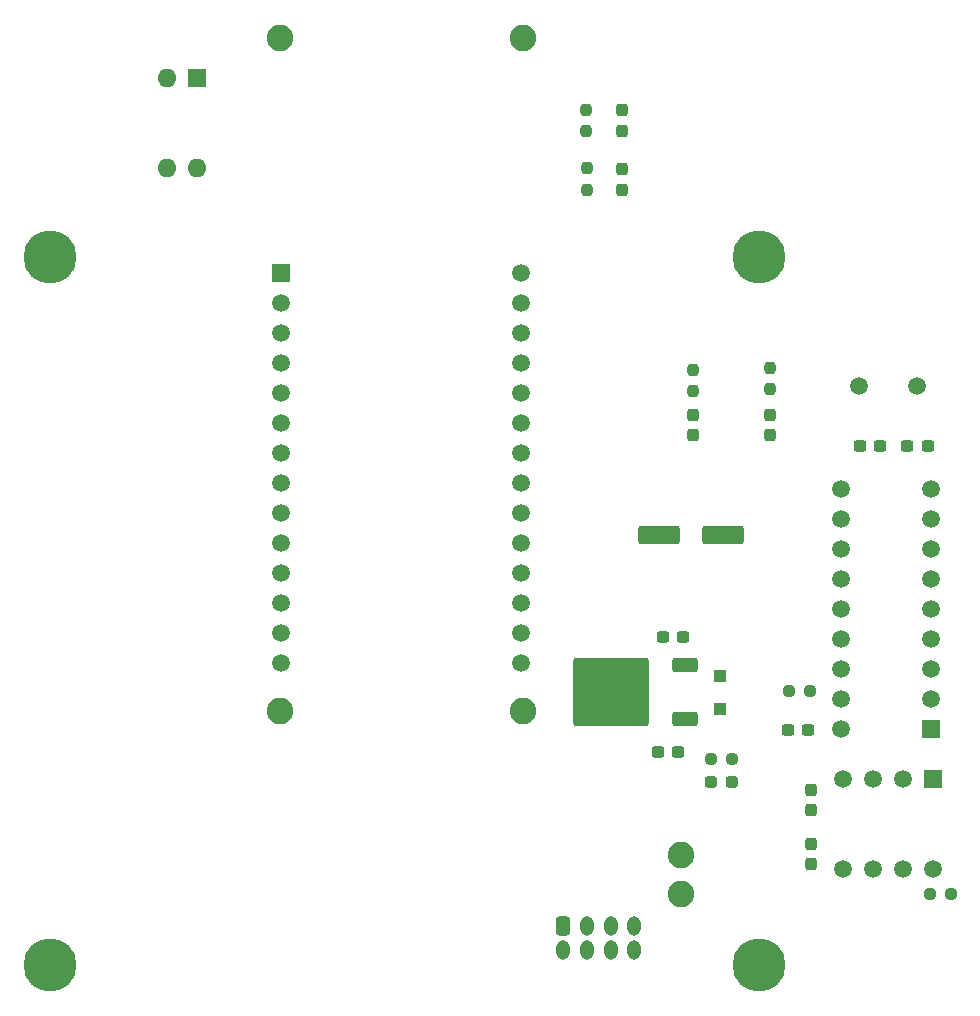
<source format=gbr>
%TF.GenerationSoftware,KiCad,Pcbnew,7.0.1-0*%
%TF.CreationDate,2023-05-23T13:59:42+09:00*%
%TF.ProjectId,AirData,41697244-6174-4612-9e6b-696361645f70,rev?*%
%TF.SameCoordinates,Original*%
%TF.FileFunction,Soldermask,Top*%
%TF.FilePolarity,Negative*%
%FSLAX46Y46*%
G04 Gerber Fmt 4.6, Leading zero omitted, Abs format (unit mm)*
G04 Created by KiCad (PCBNEW 7.0.1-0) date 2023-05-23 13:59:42*
%MOMM*%
%LPD*%
G01*
G04 APERTURE LIST*
G04 Aperture macros list*
%AMRoundRect*
0 Rectangle with rounded corners*
0 $1 Rounding radius*
0 $2 $3 $4 $5 $6 $7 $8 $9 X,Y pos of 4 corners*
0 Add a 4 corners polygon primitive as box body*
4,1,4,$2,$3,$4,$5,$6,$7,$8,$9,$2,$3,0*
0 Add four circle primitives for the rounded corners*
1,1,$1+$1,$2,$3*
1,1,$1+$1,$4,$5*
1,1,$1+$1,$6,$7*
1,1,$1+$1,$8,$9*
0 Add four rect primitives between the rounded corners*
20,1,$1+$1,$2,$3,$4,$5,0*
20,1,$1+$1,$4,$5,$6,$7,0*
20,1,$1+$1,$6,$7,$8,$9,0*
20,1,$1+$1,$8,$9,$2,$3,0*%
G04 Aperture macros list end*
%ADD10RoundRect,0.237500X0.300000X0.237500X-0.300000X0.237500X-0.300000X-0.237500X0.300000X-0.237500X0*%
%ADD11RoundRect,0.237500X0.237500X-0.300000X0.237500X0.300000X-0.237500X0.300000X-0.237500X-0.300000X0*%
%ADD12C,4.500000*%
%ADD13RoundRect,0.237500X-0.237500X0.250000X-0.237500X-0.250000X0.237500X-0.250000X0.237500X0.250000X0*%
%ADD14RoundRect,0.237500X-0.300000X-0.237500X0.300000X-0.237500X0.300000X0.237500X-0.300000X0.237500X0*%
%ADD15RoundRect,0.250000X-0.350000X-0.560000X0.350000X-0.560000X0.350000X0.560000X-0.350000X0.560000X0*%
%ADD16O,1.200000X1.650000*%
%ADD17C,2.250000*%
%ADD18R,1.508000X1.508000*%
%ADD19C,1.508000*%
%ADD20R,1.600000X1.600000*%
%ADD21O,1.600000X1.600000*%
%ADD22R,1.500000X1.500000*%
%ADD23C,1.500000*%
%ADD24RoundRect,0.250000X-1.500000X-0.550000X1.500000X-0.550000X1.500000X0.550000X-1.500000X0.550000X0*%
%ADD25RoundRect,0.237500X0.287500X0.237500X-0.287500X0.237500X-0.287500X-0.237500X0.287500X-0.237500X0*%
%ADD26RoundRect,0.237500X0.237500X-0.287500X0.237500X0.287500X-0.237500X0.287500X-0.237500X-0.287500X0*%
%ADD27RoundRect,0.237500X-0.237500X0.287500X-0.237500X-0.287500X0.237500X-0.287500X0.237500X0.287500X0*%
%ADD28RoundRect,0.237500X0.250000X0.237500X-0.250000X0.237500X-0.250000X-0.237500X0.250000X-0.237500X0*%
%ADD29RoundRect,0.250000X0.300000X-0.300000X0.300000X0.300000X-0.300000X0.300000X-0.300000X-0.300000X0*%
%ADD30RoundRect,0.250000X0.850000X0.350000X-0.850000X0.350000X-0.850000X-0.350000X0.850000X-0.350000X0*%
%ADD31RoundRect,0.249997X2.950003X2.650003X-2.950003X2.650003X-2.950003X-2.650003X2.950003X-2.650003X0*%
%ADD32RoundRect,0.237500X-0.250000X-0.237500X0.250000X-0.237500X0.250000X0.237500X-0.250000X0.237500X0*%
G04 APERTURE END LIST*
D10*
%TO.C,C2*%
X171712500Y-116949432D03*
X169987500Y-116949432D03*
%TD*%
%TO.C,C6*%
X172112500Y-107199432D03*
X170387500Y-107199432D03*
%TD*%
%TO.C,C5*%
X182699800Y-115100200D03*
X180974800Y-115100200D03*
%TD*%
D11*
%TO.C,C4*%
X182917000Y-121890432D03*
X182917000Y-120165432D03*
%TD*%
%TO.C,C3*%
X182917000Y-126462700D03*
X182917000Y-124737700D03*
%TD*%
D12*
%TO.C,REF\u002A\u002A*%
X178500000Y-75000000D03*
%TD*%
D13*
%TO.C,R4*%
X179454800Y-84425200D03*
X179454800Y-86250200D03*
%TD*%
D10*
%TO.C,C1*%
X192817300Y-91000200D03*
X191092300Y-91000200D03*
%TD*%
D14*
%TO.C,C7*%
X187092300Y-91000200D03*
X188817300Y-91000200D03*
%TD*%
D15*
%TO.C,J1*%
X161977300Y-131690000D03*
D16*
X161977300Y-133690000D03*
X163977300Y-131690000D03*
X163977300Y-133690000D03*
X165977300Y-131690000D03*
X165977300Y-133690000D03*
X167977300Y-131690000D03*
X167977300Y-133690000D03*
%TD*%
D12*
%TO.C,REF\u002A\u002A*%
X118500000Y-135000000D03*
%TD*%
D17*
%TO.C,U4*%
X158512500Y-56475000D03*
X138012500Y-56475000D03*
X158512500Y-113475000D03*
X138012500Y-113475000D03*
D18*
X138102500Y-76359800D03*
D19*
X138102500Y-78899800D03*
X138102500Y-81439800D03*
X138102500Y-83979800D03*
X138102500Y-86519800D03*
X138102500Y-89059800D03*
X138102500Y-91599800D03*
X138102500Y-94139800D03*
X138102500Y-96679800D03*
X138102500Y-99219800D03*
X138102500Y-101759800D03*
X138102500Y-104299800D03*
X138102500Y-106839800D03*
X138102500Y-109379800D03*
X158422500Y-109379800D03*
X158422500Y-106839800D03*
X158422500Y-104299800D03*
X158422500Y-101759800D03*
X158422500Y-99219800D03*
X158422500Y-96679800D03*
X158422500Y-94139800D03*
X158422500Y-91599800D03*
X158422500Y-89059800D03*
X158422500Y-86519800D03*
X158422500Y-83979800D03*
X158422500Y-81439800D03*
X158422500Y-78899800D03*
X158422500Y-76359800D03*
%TD*%
D20*
%TO.C,SW1*%
X130950000Y-59874432D03*
D21*
X128410000Y-59874432D03*
X128410000Y-67494432D03*
X130950000Y-67494432D03*
%TD*%
D12*
%TO.C,REF\u002A\u002A*%
X178500000Y-135000000D03*
%TD*%
D13*
%TO.C,R6*%
X163954800Y-67500200D03*
X163954800Y-69325200D03*
%TD*%
D22*
%TO.C,U1*%
X193254800Y-119200200D03*
D23*
X190714800Y-119200200D03*
X188174800Y-119200200D03*
X185634800Y-119200200D03*
X185634800Y-126820200D03*
X188174800Y-126820200D03*
X190714800Y-126820200D03*
X193254800Y-126820200D03*
%TD*%
D13*
%TO.C,R7*%
X163867300Y-62575200D03*
X163867300Y-64400200D03*
%TD*%
D17*
%TO.C,TP1*%
X171900000Y-128999432D03*
%TD*%
%TO.C,TP2*%
X171900000Y-125699432D03*
%TD*%
D24*
%TO.C,C8*%
X170100000Y-98600200D03*
X175500000Y-98600200D03*
%TD*%
D25*
%TO.C,D1*%
X176242300Y-119500200D03*
X174492300Y-119500200D03*
%TD*%
D26*
%TO.C,D2*%
X172954800Y-90125200D03*
X172954800Y-88375200D03*
%TD*%
D12*
%TO.C,REF\u002A\u002A*%
X118500000Y-75000000D03*
%TD*%
D13*
%TO.C,R5*%
X172954800Y-84587700D03*
X172954800Y-86412700D03*
%TD*%
D23*
%TO.C,Y1*%
X187004800Y-86000200D03*
X191884800Y-86000200D03*
%TD*%
D26*
%TO.C,D3*%
X179454800Y-90125200D03*
X179454800Y-88375200D03*
%TD*%
D27*
%TO.C,D5*%
X166954800Y-67625200D03*
X166954800Y-69375200D03*
%TD*%
%TO.C,D6*%
X166954800Y-62612700D03*
X166954800Y-64362700D03*
%TD*%
D28*
%TO.C,R2*%
X176279800Y-117500200D03*
X174454800Y-117500200D03*
%TD*%
D22*
%TO.C,U2*%
X193074800Y-115040200D03*
D23*
X193074800Y-112500200D03*
X193074800Y-109960200D03*
X193074800Y-107420200D03*
X193074800Y-104880200D03*
X193074800Y-102340200D03*
X193074800Y-99800200D03*
X193074800Y-97260200D03*
X193074800Y-94720200D03*
X185454800Y-94720200D03*
X185454800Y-97260200D03*
X185454800Y-99800200D03*
X185454800Y-102340200D03*
X185454800Y-104880200D03*
X185454800Y-107420200D03*
X185454800Y-109960200D03*
X185454800Y-112500200D03*
X185454800Y-115040200D03*
%TD*%
D29*
%TO.C,D4*%
X175200000Y-113299432D03*
X175200000Y-110499432D03*
%TD*%
D30*
%TO.C,U3*%
X172300000Y-114179432D03*
D31*
X166000000Y-111899432D03*
D30*
X172300000Y-109619432D03*
%TD*%
D32*
%TO.C,R1*%
X192987500Y-129000000D03*
X194812500Y-129000000D03*
%TD*%
%TO.C,R3*%
X181049800Y-111790200D03*
X182874800Y-111790200D03*
%TD*%
M02*

</source>
